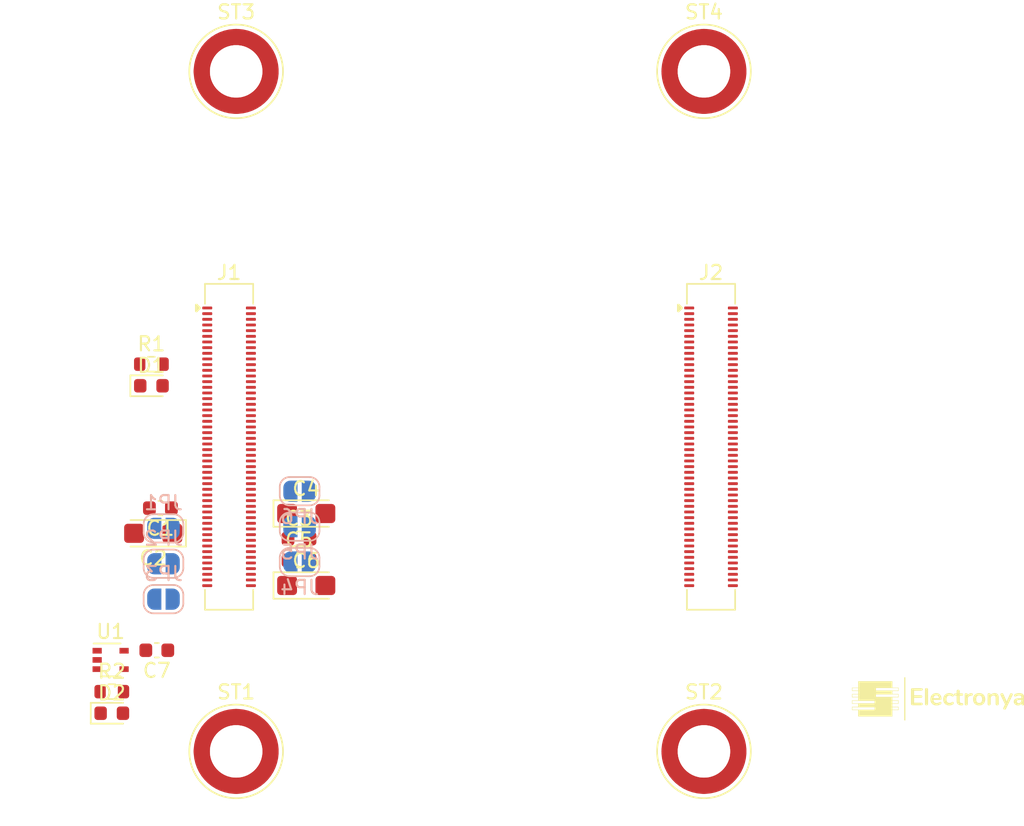
<source format=kicad_pcb>
(kicad_pcb (version 20211014) (generator pcbnew)
  (layers (0 "F.Cu" signal) (31 "B.Cu" signal) (34 "B.Paste" user) (35 "F.Paste" user) (36 "B.SilkS" user "B.Silkscreen") (37 "F.SilkS" user "F.Silkscreen") (38 "B.Mask" user) (39 "F.Mask" user) (44 "Edge.Cuts" user))
  (net 0 "")
  (net 1 "GND")
  (net 2 "+5V")
  (net 3 "+3V3")
  (net 4 "+1V8")
  (net 5 "Net-(D1-Pad1)")
  (net 6 "Net-(D2-Pad1)")
  (net 7 "/nPI_LED_PWR")
  (net 8 "/nRPIBOOT")
  (net 9 "/RUN_PG")
  (net 10 "/nBT_DISABLE")
  (net 11 "/nWL_DISABLE")
  (net 12 "/GPIO_VREF")
  (net 13 "Net-(R2-Pad2)")
  (net 14 "/nEXT_RST")
  (net 15 "/GLOBAL_EN")
  (net 16 "/CAM_GPIO")
  (net 17 "/AN0")
  (net 18 "/AN1")
  (net 19 "/I2C_SDA")
  (net 20 "/I2C0_SCL")
  (net 22 "/SD_PWR_ON")
  (net 23 "/SD_VDD_OVRD")
  (net 24 "/SD_DAT6")
  (net 25 "/SD_DAT7")
  (net 26 "/SD_DAT2")
  (net 27 "/SD_DAT4")
  (net 28 "/SD_DAT1")
  (net 29 "/SD_DAT5")
  (net 30 "/SD_DAT0")
  (net 31 "/SD_CMD")
  (net 32 "/SD_DAT3")
  (net 33 "/GPIO2")
  (net 34 "/SD_CLK")
  (net 35 "/GPIO3")
  (net 36 "/GPIO14")
  (net 37 "/GPIO4")
  (net 38 "/GPIO15")
  (net 39 "/GPIO17")
  (net 40 "/GPIO18")
  (net 41 "/GPIO27")
  (net 42 "/GPIO23")
  (net 43 "/GPIO22")
  (net 44 "/GPIO24")
  (net 45 "/GPIO10")
  (net 46 "/GPIO25")
  (net 47 "/GPIO9")
  (net 48 "/GPIO8")
  (net 49 "/GPIO11")
  (net 50 "/GPIO7")
  (net 51 "/ID_SDA")
  (net 52 "/ID_SCL")
  (net 53 "/GPIO5")
  (net 54 "/GPIO12")
  (net 55 "/GPIO6")
  (net 56 "/GPIO16")
  (net 57 "/GPIO13")
  (net 58 "/GPIO20")
  (net 59 "/GPIO19")
  (net 60 "/GPIO26")
  (net 61 "/nID_WP")
  (net 62 "/nGBE_10_1G")
  (net 63 "/GBE_SYNC_OUT")
  (net 64 "/nGBE_100_1G")
  (net 65 "/GBE0_N")
  (net 66 "/GBE0_P")
  (net 67 "/GBE2_P")
  (net 68 "/GBE1_N")
  (net 69 "/GBE1_P")
  (net 70 "/HDMI0_SCL")
  (net 71 "/HDMI0_SDA")
  (net 72 "/DSI1_D3_P")
  (net 73 "/DSI1_D2_P")
  (net 74 "/DSI1_D3_N")
  (net 75 "/DSI1_D2_N")
  (net 76 "/HDMI0_CLK_N")
  (net 77 "/DSI1_CLK_P")
  (net 78 "/HDMI0_CLK_P")
  (net 79 "/DSI1_CLK_N")
  (net 80 "/HDMI0_TX0_N")
  (net 81 "/DSI1_D1_P")
  (net 82 "/HDMI0_TX0_P")
  (net 83 "/DSI1_D1_N")
  (net 84 "/HDMI0_TX1_N")
  (net 85 "/DSI1_D0_P")
  (net 86 "/HDMI0_TX1_P")
  (net 87 "/DSI1_D0_N")
  (net 88 "/HDMI0_TX2_N")
  (net 89 "/DSI0_CLK_P")
  (net 90 "/HDMI0_TX2_P")
  (net 91 "/DSI0_CLK_N")
  (net 92 "/HDMI1_CLK_N")
  (net 93 "/DSI0_D1_P")
  (net 94 "/HDMI1_CLK_P")
  (net 95 "/DSI0_D1_N")
  (net 96 "/HDMI1_TX0_N")
  (net 97 "/DSI0_D0_P")
  (net 98 "/HDMI1_TX0_P")
  (net 99 "/DSI0_D0_N")
  (net 100 "/HDMI1_TX1_N")
  (net 101 "/HDMI0_HP")
  (net 102 "/HDMI1_TX1_P")
  (net 103 "/HDMI0_CEC")
  (net 104 "/HDMI1_CEC")
  (net 105 "/HDMI1_TX2_N")
  (net 106 "/HDMI1_SCL")
  (net 107 "/HDMI1_TX2_P")
  (net 108 "/HDMI1_SDA")
  (net 109 "/HDMI1_HP")
  (net 110 "/CAM0_CLK_P")
  (net 111 "/CAM1_D3_P")
  (net 112 "/CAM0_CLK_N")
  (net 113 "/CAM1_D3_N")
  (net 114 "/CAM0_D1_P")
  (net 115 "/CAM1_D2_P")
  (net 116 "/CAM0_D1_N")
  (net 117 "/CAM1_D2_N")
  (net 118 "/CAM0_D0_P")
  (net 119 "/CAM1_CLK_P")
  (net 120 "/CAM0_D0_N")
  (net 121 "/CAM1_CLK_N")
  (net 122 "/PCIE_TX_N")
  (net 123 "/CAM1_D1_P")
  (net 124 "/PCIE_TX_P")
  (net 125 "/CAM1_D1_N")
  (net 126 "/PCIE_RX_N")
  (net 127 "/CAM1_D0_P")
  (net 128 "/PCIE_RX_P")
  (net 129 "/CAM1_D0_N")
  (net 130 "/PCIE_CLK_N")
  (net 131 "/VDAC_COMP")
  (net 132 "/PCIE_CLK_P")
  (net 133 "/nPCIE_RST")
  (net 135 "/USB_D_P")
  (net 137 "/USB_D_N")
  (net 138 "/nPCIE_CLK_REQ")
  (net 139 "/USB_OTG_ID")
  (footprint "Capacitor_SMD:C_0603_1608Metric" (layer "F.Cu") (at 114.935 86.487)
    (fp_text reference "C3" (at 0 -1.43) (layer "F.SilkS"))
    (fp_text value "100nF_CER_0603_50V")
    (pad "1" smd roundrect locked (at -0.775 0) (size 0.9 0.95) (layers "F.Cu" "F.Paste" "F.Mask") (net 3 "+3V3"))
    (pad "2" smd roundrect locked (at 0.775 0) (size 0.9 0.95) (layers "F.Cu" "F.Paste" "F.Mask") (net 1 "GND"))
  )
  (footprint "Capacitor_Tantalum_SMD:CP_EIA-3216-18_Kemet-A" (layer "F.Cu") (at 115.443 84.709)
    (fp_text reference "C4" (at 0 -1.75) (layer "F.SilkS"))
    (fp_text value "10UF_TANT_1206_16V")
    (pad "1" smd roundrect locked (at -1.35 0) (size 1.4 1.35) (layers "F.Cu" "F.Paste" "F.Mask") (roundrect_rratio 0.185185) (net 3 "+3V3"))
    (pad "2" smd roundrect locked (at 1.35 0) (size 1.4 1.35) (layers "F.Cu" "F.Paste" "F.Mask") (roundrect_rratio 0.185185) (net 1 "GND"))
  )
  (footprint "Capacitor_SMD:C_0603_1608Metric" (layer "F.Cu") (at 114.935 88.011)
    (fp_text reference "C5" (at 0 -1.43) (layer "F.SilkS"))
    (fp_text value "100nF_CER_0603_50V")
    (pad "1" smd roundrect locked (at -0.775 0) (size 0.9 0.95) (layers "F.Cu" "F.Paste" "F.Mask") (net 4 "+1V8"))
    (pad "2" smd roundrect locked (at 0.775 0) (size 0.9 0.95) (layers "F.Cu" "F.Paste" "F.Mask") (net 1 "GND"))
  )
  (footprint "Capacitor_Tantalum_SMD:CP_EIA-3216-18_Kemet-A" (layer "F.Cu") (at 115.443 89.789)
    (fp_text reference "C6" (at 0 -1.75) (layer "F.SilkS"))
    (fp_text value "10UF_TANT_1206_16V")
    (pad "1" smd roundrect locked (at -1.35 0) (size 1.4 1.35) (layers "F.Cu" "F.Paste" "F.Mask") (roundrect_rratio 0.185185) (net 4 "+1V8"))
    (pad "2" smd roundrect locked (at 1.35 0) (size 1.4 1.35) (layers "F.Cu" "F.Paste" "F.Mask") (roundrect_rratio 0.185185) (net 1 "GND"))
  )
  (footprint "Capacitor_SMD:C_0603_1608Metric" (layer "F.Cu") (at 104.902 94.361 180)
    (fp_text reference "C7" (at 0 -1.43) (layer "F.SilkS"))
    (fp_text value "100nF_CER_0603_50V")
    (pad "1" smd roundrect locked (at -0.775 0 180) (size 0.9 0.95) (layers "F.Cu" "F.Paste" "F.Mask") (net 1 "GND"))
    (pad "2" smd roundrect locked (at 0.775 0 180) (size 0.9 0.95) (layers "F.Cu" "F.Paste" "F.Mask") (net 3 "+3V3"))
  )
  (footprint "LED_SMD:LED_0603_1608Metric" (layer "F.Cu") (at 104.521 75.692)
    (fp_text reference "D1" (at 0 -1.43) (layer "F.SilkS"))
    (fp_text value "GRN_SMD_0603_0.3H")
    (pad "1" smd roundrect locked (at -0.7875 0) (size 0.875 0.95) (layers "F.Cu" "F.Paste" "F.Mask") (net 5 "Net-(D1-Pad1)"))
    (pad "2" smd roundrect locked (at 0.7875 0) (size 0.875 0.95) (layers "F.Cu" "F.Paste" "F.Mask") (net 3 "+3V3"))
  )
  (footprint "ENYA_Connector_Mezzanine:DF40HC(3.0)-100DS-0.4V(51" (layer "F.Cu") (at 144 80)
    (fp_text reference "J2" (at 0 -12.3) (layer "F.SilkS"))
    (fp_text value "CONN_2x50_FEM_RPI_CM4_101_200")
    (pad "1" smd roundrect locked (at -1.54 -9.8) (size 0.7 0.2) (layers "F.Cu" "F.Paste" "F.Mask") (net 139 "/USB_OTG_ID"))
    (pad "2" smd roundrect locked (at 1.54 -9.8) (size 0.7 0.2) (layers "F.Cu" "F.Paste" "F.Mask") (net 138 "/nPCIE_CLK_REQ"))
    (pad "3" smd roundrect locked (at -1.54 -9.4) (size 0.7 0.2) (layers "F.Cu" "F.Paste" "F.Mask") (net 137 "/USB_D_N"))
    (pad "4" smd roundrect locked (at 1.54 -9.4) (size 0.7 0.2) (layers "F.Cu" "F.Paste" "F.Mask"))
    (pad "5" smd roundrect locked (at -1.54 -9) (size 0.7 0.2) (layers "F.Cu" "F.Paste" "F.Mask") (net 135 "/USB_D_P"))
    (pad "6" smd roundrect locked (at 1.54 -9) (size 0.7 0.2) (layers "F.Cu" "F.Paste" "F.Mask"))
    (pad "7" smd roundrect locked (at -1.54 -8.6) (size 0.7 0.2) (layers "F.Cu" "F.Paste" "F.Mask") (net 1 "GND"))
    (pad "8" smd roundrect locked (at 1.54 -8.6) (size 0.7 0.2) (layers "F.Cu" "F.Paste" "F.Mask") (net 1 "GND"))
    (pad "9" smd roundrect locked (at -1.54 -8.2) (size 0.7 0.2) (layers "F.Cu" "F.Paste" "F.Mask") (net 133 "/nPCIE_RST"))
    (pad "10" smd roundrect locked (at 1.54 -8.2) (size 0.7 0.2) (layers "F.Cu" "F.Paste" "F.Mask") (net 132 "/PCIE_CLK_P"))
    (pad "11" smd roundrect locked (at -1.54 -7.8) (size 0.7 0.2) (layers "F.Cu" "F.Paste" "F.Mask") (net 131 "/VDAC_COMP"))
    (pad "12" smd roundrect locked (at 1.54 -7.8) (size 0.7 0.2) (layers "F.Cu" "F.Paste" "F.Mask") (net 130 "/PCIE_CLK_N"))
    (pad "13" smd roundrect locked (at -1.54 -7.4) (size 0.7 0.2) (layers "F.Cu" "F.Paste" "F.Mask") (net 1 "GND"))
    (pad "14" smd roundrect locked (at 1.54 -7.4) (size 0.7 0.2) (layers "F.Cu" "F.Paste" "F.Mask") (net 1 "GND"))
    (pad "15" smd roundrect locked (at -1.54 -7) (size 0.7 0.2) (layers "F.Cu" "F.Paste" "F.Mask") (net 129 "/CAM1_D0_N"))
    (pad "16" smd roundrect locked (at 1.54 -7) (size 0.7 0.2) (layers "F.Cu" "F.Paste" "F.Mask") (net 128 "/PCIE_RX_P"))
    (pad "17" smd roundrect locked (at -1.54 -6.6) (size 0.7 0.2) (layers "F.Cu" "F.Paste" "F.Mask") (net 127 "/CAM1_D0_P"))
    (pad "18" smd roundrect locked (at 1.54 -6.6) (size 0.7 0.2) (layers "F.Cu" "F.Paste" "F.Mask") (net 126 "/PCIE_RX_N"))
    (pad "19" smd roundrect locked (at -1.54 -6.2) (size 0.7 0.2) (layers "F.Cu" "F.Paste" "F.Mask") (net 1 "GND"))
    (pad "20" smd roundrect locked (at 1.54 -6.2) (size 0.7 0.2) (layers "F.Cu" "F.Paste" "F.Mask") (net 1 "GND"))
    (pad "21" smd roundrect locked (at -1.54 -5.8) (size 0.7 0.2) (layers "F.Cu" "F.Paste" "F.Mask") (net 125 "/CAM1_D1_N"))
    (pad "22" smd roundrect locked (at 1.54 -5.8) (size 0.7 0.2) (layers "F.Cu" "F.Paste" "F.Mask") (net 124 "/PCIE_TX_P"))
    (pad "23" smd roundrect locked (at -1.54 -5.4) (size 0.7 0.2) (layers "F.Cu" "F.Paste" "F.Mask") (net 123 "/CAM1_D1_P"))
    (pad "24" smd roundrect locked (at 1.54 -5.4) (size 0.7 0.2) (layers "F.Cu" "F.Paste" "F.Mask") (net 122 "/PCIE_TX_N"))
    (pad "25" smd roundrect locked (at -1.54 -5) (size 0.7 0.2) (layers "F.Cu" "F.Paste" "F.Mask") (net 1 "GND"))
    (pad "26" smd roundrect locked (at 1.54 -5) (size 0.7 0.2) (layers "F.Cu" "F.Paste" "F.Mask") (net 1 "GND"))
    (pad "27" smd roundrect locked (at -1.54 -4.6) (size 0.7 0.2) (layers "F.Cu" "F.Paste" "F.Mask") (net 121 "/CAM1_CLK_N"))
    (pad "28" smd roundrect locked (at 1.54 -4.6) (size 0.7 0.2) (layers "F.Cu" "F.Paste" "F.Mask") (net 120 "/CAM0_D0_N"))
    (pad "29" smd roundrect locked (at -1.54 -4.2) (size 0.7 0.2) (layers "F.Cu" "F.Paste" "F.Mask") (net 119 "/CAM1_CLK_P"))
    (pad "30" smd roundrect locked (at 1.54 -4.2) (size 0.7 0.2) (layers "F.Cu" "F.Paste" "F.Mask") (net 118 "/CAM0_D0_P"))
    (pad "31" smd roundrect locked (at -1.54 -3.8) (size 0.7 0.2) (layers "F.Cu" "F.Paste" "F.Mask") (net 1 "GND"))
    (pad "32" smd roundrect locked (at 1.54 -3.8) (size 0.7 0.2) (layers "F.Cu" "F.Paste" "F.Mask") (net 1 "GND"))
    (pad "33" smd roundrect locked (at -1.54 -3.4) (size 0.7 0.2) (layers "F.Cu" "F.Paste" "F.Mask") (net 117 "/CAM1_D2_N"))
    (pad "34" smd roundrect locked (at 1.54 -3.4) (size 0.7 0.2) (layers "F.Cu" "F.Paste" "F.Mask") (net 116 "/CAM0_D1_N"))
    (pad "35" smd roundrect locked (at -1.54 -3) (size 0.7 0.2) (layers "F.Cu" "F.Paste" "F.Mask") (net 115 "/CAM1_D2_P"))
    (pad "36" smd roundrect locked (at 1.54 -3) (size 0.7 0.2) (layers "F.Cu" "F.Paste" "F.Mask") (net 114 "/CAM0_D1_P"))
    (pad "37" smd roundrect locked (at -1.54 -2.6) (size 0.7 0.2) (layers "F.Cu" "F.Paste" "F.Mask") (net 1 "GND"))
    (pad "38" smd roundrect locked (at 1.54 -2.6) (size 0.7 0.2) (layers "F.Cu" "F.Paste" "F.Mask") (net 1 "GND"))
    (pad "39" smd roundrect locked (at -1.54 -2.2) (size 0.7 0.2) (layers "F.Cu" "F.Paste" "F.Mask") (net 113 "/CAM1_D3_N"))
    (pad "40" smd roundrect locked (at 1.54 -2.2) (size 0.7 0.2) (layers "F.Cu" "F.Paste" "F.Mask") (net 112 "/CAM0_CLK_N"))
    (pad "41" smd roundrect locked (at -1.54 -1.8) (size 0.7 0.2) (layers "F.Cu" "F.Paste" "F.Mask") (net 111 "/CAM1_D3_P"))
    (pad "42" smd roundrect locked (at 1.54 -1.8) (size 0.7 0.2) (layers "F.Cu" "F.Paste" "F.Mask") (net 110 "/CAM0_CLK_P"))
    (pad "43" smd roundrect locked (at -1.54 -1.4) (size 0.7 0.2) (layers "F.Cu" "F.Paste" "F.Mask") (net 109 "/HDMI1_HP"))
    (pad "44" smd roundrect locked (at 1.54 -1.4) (size 0.7 0.2) (layers "F.Cu" "F.Paste" "F.Mask") (net 1 "GND"))
    (pad "45" smd roundrect locked (at -1.54 -1) (size 0.7 0.2) (layers "F.Cu" "F.Paste" "F.Mask") (net 108 "/HDMI1_SDA"))
    (pad "46" smd roundrect locked (at 1.54 -1) (size 0.7 0.2) (layers "F.Cu" "F.Paste" "F.Mask") (net 107 "/HDMI1_TX2_P"))
    (pad "47" smd roundrect locked (at -1.54 -0.6) (size 0.7 0.2) (layers "F.Cu" "F.Paste" "F.Mask") (net 106 "/HDMI1_SCL"))
    (pad "48" smd roundrect locked (at 1.54 -0.6) (size 0.7 0.2) (layers "F.Cu" "F.Paste" "F.Mask") (net 105 "/HDMI1_TX2_N"))
    (pad "49" smd roundrect locked (at -1.54 -0.2) (size 0.7 0.2) (layers "F.Cu" "F.Paste" "F.Mask") (net 104 "/HDMI1_CEC"))
    (pad "50" smd roundrect locked (at 1.54 -0.2) (size 0.7 0.2) (layers "F.Cu" "F.Paste" "F.Mask") (net 1 "GND"))
    (pad "51" smd roundrect locked (at -1.54 0.2) (size 0.7 0.2) (layers "F.Cu" "F.Paste" "F.Mask") (net 103 "/HDMI0_CEC"))
    (pad "52" smd roundrect locked (at 1.54 0.2) (size 0.7 0.2) (layers "F.Cu" "F.Paste" "F.Mask") (net 102 "/HDMI1_TX1_P"))
    (pad "53" smd roundrect locked (at -1.54 0.6) (size 0.7 0.2) (layers "F.Cu" "F.Paste" "F.Mask") (net 101 "/HDMI0_HP"))
    (pad "54" smd roundrect locked (at 1.54 0.6) (size 0.7 0.2) (layers "F.Cu" "F.Paste" "F.Mask") (net 100 "/HDMI1_TX1_N"))
    (pad "55" smd roundrect locked (at -1.54 1) (size 0.7 0.2) (layers "F.Cu" "F.Paste" "F.Mask") (net 1 "GND"))
    (pad "56" smd roundrect locked (at 1.54 1) (size 0.7 0.2) (layers "F.Cu" "F.Paste" "F.Mask") (net 1 "GND"))
    (pad "57" smd roundrect locked (at -1.54 1.4) (size 0.7 0.2) (layers "F.Cu" "F.Paste" "F.Mask") (net 99 "/DSI0_D0_N"))
    (pad "58" smd roundrect locked (at 1.54 1.4) (size 0.7 0.2) (layers "F.Cu" "F.Paste" "F.Mask") (net 98 "/HDMI1_TX0_P"))
    (pad "59" smd roundrect locked (at -1.54 1.8) (size 0.7 0.2) (layers "F.Cu" "F.Paste" "F.Mask") (net 97 "/DSI0_D0_P"))
    (pad "60" smd roundrect locked (at 1.54 1.8) (size 0.7 0.2) (layers "F.Cu" "F.Paste" "F.Mask") (net 96 "/HDMI1_TX0_N"))
    (pad "61" smd roundrect locked (at -1.54 2.2) (size 0.7 0.2) (layers "F.Cu" "F.Paste" "F.Mask") (net 1 "GND"))
    (pad "62" smd roundrect locked (at 1.54 2.2) (size 0.7 0.2) (layers "F.Cu" "F.Paste" "F.Mask") (net 1 "GND"))
    (pad "63" smd roundrect locked (at -1.54 2.6) (size 0.7 0.2) (layers "F.Cu" "F.Paste" "F.Mask") (net 95 "/DSI0_D1_N"))
    (pad "64" smd roundrect locked (at 1.54 2.6) (size 0.7 0.2) (layers "F.Cu" "F.Paste" "F.Mask") (net 94 "/HDMI1_CLK_P"))
    (pad "65" smd roundrect locked (at -1.54 3) (size 0.7 0.2) (layers "F.Cu" "F.Paste" "F.Mask") (net 93 "/DSI0_D1_P"))
    (pad "66" smd roundrect locked (at 1.54 3) (size 0.7 0.2) (layers "F.Cu" "F.Paste" "F.Mask") (net 92 "/HDMI1_CLK_N"))
    (pad "67" smd roundrect locked (at -1.54 3.4) (size 0.7 0.2) (layers "F.Cu" "F.Paste" "F.Mask") (net 1 "GND"))
    (pad "68" smd roundrect locked (at 1.54 3.4) (size 0.7 0.2) (layers "F.Cu" "F.Paste" "F.Mask") (net 1 "GND"))
    (pad "69" smd roundrect locked (at -1.54 3.8) (size 0.7 0.2) (layers "F.Cu" "F.Paste" "F.Mask") (net 91 "/DSI0_CLK_N"))
    (pad "70" smd roundrect locked (at 1.54 3.8) (size 0.7 0.2) (layers "F.Cu" "F.Paste" "F.Mask") (net 90 "/HDMI0_TX2_P"))
    (pad "71" smd roundrect locked (at -1.54 4.2) (size 0.7 0.2) (layers "F.Cu" "F.Paste" "F.Mask") (net 89 "/DSI0_CLK_P"))
    (pad "72" smd roundrect locked (at 1.54 4.2) (size 0.7 0.2) (layers "F.Cu" "F.Paste" "F.Mask") (net 88 "/HDMI0_TX2_N"))
    (pad "73" smd roundrect locked (at -1.54 4.6) (size 0.7 0.2) (layers "F.Cu" "F.Paste" "F.Mask") (net 1 "GND"))
    (pad "74" smd roundrect locked (at 1.54 4.6) (size 0.7 0.2) (layers "F.Cu" "F.Paste" "F.Mask") (net 1 "GND"))
    (pad "75" smd roundrect locked (at -1.54 5) (size 0.7 0.2) (layers "F.Cu" "F.Paste" "F.Mask") (net 87 "/DSI1_D0_N"))
    (pad "76" smd roundrect locked (at 1.54 5) (size 0.7 0.2) (layers "F.Cu" "F.Paste" "F.Mask") (net 86 "/HDMI0_TX1_P"))
    (pad "77" smd roundrect locked (at -1.54 5.4) (size 0.7 0.2) (layers "F.Cu" "F.Paste" "F.Mask") (net 85 "/DSI1_D0_P"))
    (pad "78" smd roundrect locked (at 1.54 5.4) (size 0.7 0.2) (layers "F.Cu" "F.Paste" "F.Mask") (net 84 "/HDMI0_TX1_N"))
    (pad "79" smd roundrect locked (at -1.54 5.8) (size 0.7 0.2) (layers "F.Cu" "F.Paste" "F.Mask") (net 1 "GND"))
    (pad "80" smd roundrect locked (at 1.54 5.8) (size 0.7 0.2) (layers "F.Cu" "F.Paste" "F.Mask") (net 1 "GND"))
    (pad "81" smd roundrect locked (at -1.54 6.2) (size 0.7 0.2) (layers "F.Cu" "F.Paste" "F.Mask") (net 83 "/DSI1_D1_N"))
    (pad "82" smd roundrect locked (at 1.54 6.2) (size 0.7 0.2) (layers "F.Cu" "F.Paste" "F.Mask") (net 82 "/HDMI0_TX0_P"))
    (pad "83" smd roundrect locked (at -1.54 6.6) (size 0.7 0.2) (layers "F.Cu" "F.Paste" "F.Mask") (net 81 "/DSI1_D1_P"))
    (pad "84" smd roundrect locked (at 1.54 6.6) (size 0.7 0.2) (layers "F.Cu" "F.Paste" "F.Mask") (net 80 "/HDMI0_TX0_N"))
    (pad "85" smd roundrect locked (at -1.54 7) (size 0.7 0.2) (layers "F.Cu" "F.Paste" "F.Mask") (net 1 "GND"))
    (pad "86" smd roundrect locked (at 1.54 7) (size 0.7 0.2) (layers "F.Cu" "F.Paste" "F.Mask") (net 1 "GND"))
    (pad "87" smd roundrect locked (at -1.54 7.4) (size 0.7 0.2) (layers "F.Cu" "F.Paste" "F.Mask") (net 79 "/DSI1_CLK_N"))
    (pad "88" smd roundrect locked (at 1.54 7.4) (size 0.7 0.2) (layers "F.Cu" "F.Paste" "F.Mask") (net 78 "/HDMI0_CLK_P"))
    (pad "89" smd roundrect locked (at -1.54 7.8) (size 0.7 0.2) (layers "F.Cu" "F.Paste" "F.Mask") (net 77 "/DSI1_CLK_P"))
    (pad "90" smd roundrect locked (at 1.54 7.8) (size 0.7 0.2) (layers "F.Cu" "F.Paste" "F.Mask") (net 76 "/HDMI0_CLK_N"))
    (pad "91" smd roundrect locked (at -1.54 8.2) (size 0.7 0.2) (layers "F.Cu" "F.Paste" "F.Mask") (net 1 "GND"))
    (pad "92" smd roundrect locked (at 1.54 8.2) (size 0.7 0.2) (layers "F.Cu" "F.Paste" "F.Mask") (net 1 "GND"))
    (pad "93" smd roundrect locked (at -1.54 8.6) (size 0.7 0.2) (layers "F.Cu" "F.Paste" "F.Mask") (net 75 "/DSI1_D2_N"))
    (pad "94" smd roundrect locked (at 1.54 8.6) (size 0.7 0.2) (layers "F.Cu" "F.Paste" "F.Mask") (net 74 "/DSI1_D3_N"))
    (pad "95" smd roundrect locked (at -1.54 9) (size 0.7 0.2) (layers "F.Cu" "F.Paste" "F.Mask") (net 73 "/DSI1_D2_P"))
    (pad "96" smd roundrect locked (at 1.54 9) (size 0.7 0.2) (layers "F.Cu" "F.Paste" "F.Mask") (net 72 "/DSI1_D3_P"))
    (pad "97" smd roundrect locked (at -1.54 9.4) (size 0.7 0.2) (layers "F.Cu" "F.Paste" "F.Mask") (net 1 "GND"))
    (pad "98" smd roundrect locked (at 1.54 9.4) (size 0.7 0.2) (layers "F.Cu" "F.Paste" "F.Mask") (net 1 "GND"))
    (pad "99" smd roundrect locked (at -1.54 9.8) (size 0.7 0.2) (layers "F.Cu" "F.Paste" "F.Mask") (net 71 "/HDMI0_SDA"))
    (pad "100" smd roundrect locked (at 1.54 9.8) (size 0.7 0.2) (layers "F.Cu" "F.Paste" "F.Mask") (net 70 "/HDMI0_SCL"))
  )
  (footprint "Resistor_SMD:R_0603_1608Metric" (layer "F.Cu") (at 104.521 74.168)
    (fp_text reference "R1" (at 0 -1.43) (layer "F.SilkS"))
    (fp_text value "1K_0603_100MW")
    (pad "1" smd roundrect locked (at -0.825 0) (size 0.8 0.95) (layers "F.Cu" "F.Paste" "F.Mask") (net 5 "Net-(D1-Pad1)"))
    (pad "2" smd roundrect locked (at 0.825 0) (size 0.8 0.95) (layers "F.Cu" "F.Paste" "F.Mask") (net 1 "GND"))
  )
  (footprint "ENYA_Standoffs:M2.5x0.45_3MM" (layer "F.Cu") (at 110.5 101.5)
    (fp_text reference "ST1" (at 0 -4.191) (layer "F.SilkS"))
    (fp_text value "M2.5x0.45_3MM")
    (pad "" np_thru_hole circle locked (at 0 0) (size 3.7 3.7) (drill 3.7) (layers *.Cu *.Mask))
    (pad "1" smd custom locked (at 2.425 0) (size 1.15 1.15) (layers "F.Cu" "F.Mask") (options (clearance outline) (anchor circle)) (primitives (gr_circle (center -2.425 0) (end 0 0) (width 1.15))))
    (pad "1" smd circle locked (at 0 2.425) (size 1.15 1.15) (layers "F.Cu"))
    (pad "1" smd circle locked (at 0 -2.425) (size 1.15 1.15) (layers "F.Cu"))
    (pad "1" smd circle locked (at -2.425 0) (size 1.15 1.15) (layers "F.Cu"))
  )
  (footprint "ENYA_Standoffs:M2.5x0.45_3MM" (layer "F.Cu") (at 143.5 101.5)
    (fp_text reference "ST2" (at 0 -4.191) (layer "F.SilkS"))
    (fp_text value "M2.5x0.45_3MM")
    (pad "" np_thru_hole circle locked (at 0 0) (size 3.7 3.7) (drill 3.7) (layers *.Cu *.Mask))
    (pad "1" smd circle locked (at -2.425 0) (size 1.15 1.15) (layers "F.Cu"))
    (pad "1" smd circle locked (at 0 -2.425) (size 1.15 1.15) (layers "F.Cu"))
    (pad "1" smd custom locked (at 2.425 0) (size 1.15 1.15) (layers "F.Cu" "F.Mask") (options (clearance outline) (anchor circle)) (primitives (gr_circle (center -2.425 0) (end 0 0) (width 1.15))))
    (pad "1" smd circle locked (at 0 2.425) (size 1.15 1.15) (layers "F.Cu"))
  )
  (footprint "ENYA_Standoffs:M2.5x0.45_3MM" (layer "F.Cu") (at 110.5 53.5)
    (fp_text reference "ST3" (at 0 -4.191) (layer "F.SilkS"))
    (fp_text value "M2.5x0.45_3MM")
    (pad "" np_thru_hole circle locked (at 0 0) (size 3.7 3.7) (drill 3.7) (layers *.Cu *.Mask))
    (pad "1" smd circle locked (at 0 2.425) (size 1.15 1.15) (layers "F.Cu"))
    (pad "1" smd custom locked (at 2.425 0) (size 1.15 1.15) (layers "F.Cu" "F.Mask") (options (clearance outline) (anchor circle)) (primitives (gr_circle (center -2.425 0) (end 0 0) (width 1.15))))
    (pad "1" smd circle locked (at -2.425 0) (size 1.15 1.15) (layers "F.Cu"))
    (pad "1" smd circle locked (at 0 -2.425) (size 1.15 1.15) (layers "F.Cu"))
  )
  (footprint "ENYA_Standoffs:M2.5x0.45_3MM" (layer "F.Cu") (at 143.5 53.5)
    (fp_text reference "ST4" (at 0 -4.191) (layer "F.SilkS"))
    (fp_text value "M2.5x0.45_3MM")
    (pad "" np_thru_hole circle locked (at 0 0) (size 3.7 3.7) (drill 3.7) (layers *.Cu *.Mask))
    (pad "1" smd circle locked (at -2.425 0) (size 1.15 1.15) (layers "F.Cu"))
    (pad "1" smd circle locked (at 0 2.425) (size 1.15 1.15) (layers "F.Cu"))
    (pad "1" smd custom locked (at 2.425 0) (size 1.15 1.15) (layers "F.Cu" "F.Mask") (options (clearance outline) (anchor circle)) (primitives (gr_circle (center -2.425 0) (end 0 0) (width 1.15))))
    (pad "1" smd circle locked (at 0 -2.425) (size 1.15 1.15) (layers "F.Cu"))
  )
  (footprint "Package_TO_SOT_SMD:SOT-353_SC-70-5" (layer "F.Cu") (at 101.644 95.043)
    (fp_text reference "U1" (at 0 -2) (layer "F.SilkS"))
    (fp_text value "74LVC1G07_SOT353")
    (pad "1" smd rect locked (at -0.95 -0.65) (size 0.65 0.4) (layers "F.Cu" "F.Paste" "F.Mask"))
    (pad "2" smd rect locked (at -0.95 0) (size 0.65 0.4) (layers "F.Cu" "F.Paste" "F.Mask") (net 7 "/nPI_LED_PWR"))
    (pad "3" smd rect locked (at -0.95 0.65) (size 0.65 0.4) (layers "F.Cu" "F.Paste" "F.Mask") (net 1 "GND"))
    (pad "4" smd rect locked (at 0.95 0.65) (size 0.65 0.4) (layers "F.Cu" "F.Paste" "F.Mask") (net 13 "Net-(R2-Pad2)"))
    (pad "5" smd rect locked (at 0.95 -0.65) (size 0.65 0.4) (layers "F.Cu" "F.Paste" "F.Mask") (net 3 "+3V3"))
  )
  (footprint "ENYA_Connector_Mezzanine:DF40HC(3.0)-100DS-0.4V(51" (layer "F.Cu") (at 110 80)
    (fp_text reference "J1" (at 0 -12.3) (layer "F.SilkS"))
    (fp_text value "CONN_2x50_FEM_RPI_CM4_1-100")
    (pad "1" smd roundrect locked (at -1.54 -9.8) (size 0.7 0.2) (layers "F.Cu" "F.Paste" "F.Mask") (net 1 "GND"))
    (pad "2" smd roundrect locked (at 1.54 -9.8) (size 0.7 0.2) (layers "F.Cu" "F.Paste" "F.Mask") (net 1 "GND"))
    (pad "3" smd roundrect locked (at -1.54 -9.4) (size 0.7 0.2) (layers "F.Cu" "F.Paste" "F.Mask") (net 1 "GND"))
    (pad "4" smd roundrect locked (at 1.54 -9.4) (size 0.7 0.2) (layers "F.Cu" "F.Paste" "F.Mask") (net 69 "/GBE1_P"))
    (pad "5" smd roundrect locked (at -1.54 -9) (size 0.7 0.2) (layers "F.Cu" "F.Paste" "F.Mask") (net 1 "GND"))
    (pad "6" smd roundrect locked (at 1.54 -9) (size 0.7 0.2) (layers "F.Cu" "F.Paste" "F.Mask") (net 68 "/GBE1_N"))
    (pad "7" smd roundrect locked (at -1.54 -8.6) (size 0.7 0.2) (layers "F.Cu" "F.Paste" "F.Mask") (net 1 "GND"))
    (pad "8" smd roundrect locked (at 1.54 -8.6) (size 0.7 0.2) (layers "F.Cu" "F.Paste" "F.Mask") (net 1 "GND"))
    (pad "9" smd roundrect locked (at -1.54 -8.2) (size 0.7 0.2) (layers "F.Cu" "F.Paste" "F.Mask") (net 67 "/GBE2_P"))
    (pad "10" smd roundrect locked (at 1.54 -8.2) (size 0.7 0.2) (layers "F.Cu" "F.Paste" "F.Mask") (net 66 "/GBE0_P"))
    (pad "11" smd roundrect locked (at -1.54 -7.8) (size 0.7 0.2) (layers "F.Cu" "F.Paste" "F.Mask") (net 1 "GND"))
    (pad "12" smd roundrect locked (at 1.54 -7.8) (size 0.7 0.2) (layers "F.Cu" "F.Paste" "F.Mask") (net 65 "/GBE0_N"))
    (pad "13" smd roundrect locked (at -1.54 -7.4) (size 0.7 0.2) (layers "F.Cu" "F.Paste" "F.Mask") (net 1 "GND"))
    (pad "14" smd roundrect locked (at 1.54 -7.4) (size 0.7 0.2) (layers "F.Cu" "F.Paste" "F.Mask") (net 1 "GND"))
    (pad "15" smd roundrect locked (at -1.54 -7) (size 0.7 0.2) (layers "F.Cu" "F.Paste" "F.Mask") (net 1 "GND"))
    (pad "16" smd roundrect locked (at 1.54 -7) (size 0.7 0.2) (layers "F.Cu" "F.Paste" "F.Mask") (net 1 "GND"))
    (pad "17" smd roundrect locked (at -1.54 -6.6) (size 0.7 0.2) (layers "F.Cu" "F.Paste" "F.Mask") (net 64 "/nGBE_100_1G"))
    (pad "18" smd roundrect locked (at 1.54 -6.6) (size 0.7 0.2) (layers "F.Cu" "F.Paste" "F.Mask") (net 63 "/GBE_SYNC_OUT"))
    (pad "19" smd roundrect locked (at -1.54 -6.2) (size 0.7 0.2) (layers "F.Cu" "F.Paste" "F.Mask") (net 62 "/nGBE_10_1G"))
    (pad "20" smd roundrect locked (at 1.54 -6.2) (size 0.7 0.2) (layers "F.Cu" "F.Paste" "F.Mask") (net 61 "/nID_WP"))
    (pad "21" smd roundrect locked (at -1.54 -5.8) (size 0.7 0.2) (layers "F.Cu" "F.Paste" "F.Mask") (net 1 "GND"))
    (pad "22" smd roundrect locked (at 1.54 -5.8) (size 0.7 0.2) (layers "F.Cu" "F.Paste" "F.Mask") (net 1 "GND"))
    (pad "23" smd roundrect locked (at -1.54 -5.4) (size 0.7 0.2) (layers "F.Cu" "F.Paste" "F.Mask") (net 1 "GND"))
    (pad "24" smd roundrect locked (at 1.54 -5.4) (size 0.7 0.2) (layers "F.Cu" "F.Paste" "F.Mask") (net 60 "/GPIO26"))
    (pad "25" smd roundrect locked (at -1.54 -5) (size 0.7 0.2) (layers "F.Cu" "F.Paste" "F.Mask") (net 1 "GND"))
    (pad "26" smd roundrect locked (at 1.54 -5) (size 0.7 0.2) (layers "F.Cu" "F.Paste" "F.Mask") (net 59 "/GPIO19"))
    (pad "27" smd roundrect locked (at -1.54 -4.6) (size 0.7 0.2) (layers "F.Cu" "F.Paste" "F.Mask") (net 58 "/GPIO20"))
    (pad "28" smd roundrect locked (at 1.54 -4.6) (size 0.7 0.2) (layers "F.Cu" "F.Paste" "F.Mask") (net 57 "/GPIO13"))
    (pad "29" smd roundrect locked (at -1.54 -4.2) (size 0.7 0.2) (layers "F.Cu" "F.Paste" "F.Mask") (net 56 "/GPIO16"))
    (pad "30" smd roundrect locked (at 1.54 -4.2) (size 0.7 0.2) (layers "F.Cu" "F.Paste" "F.Mask") (net 55 "/GPIO6"))
    (pad "31" smd roundrect locked (at -1.54 -3.8) (size 0.7 0.2) (layers "F.Cu" "F.Paste" "F.Mask") (net 54 "/GPIO12"))
    (pad "32" smd roundrect locked (at 1.54 -3.8) (size 0.7 0.2) (layers "F.Cu" "F.Paste" "F.Mask") (net 1 "GND"))
    (pad "33" smd roundrect locked (at -1.54 -3.4) (size 0.7 0.2) (layers "F.Cu" "F.Paste" "F.Mask") (net 1 "GND"))
    (pad "34" smd roundrect locked (at 1.54 -3.4) (size 0.7 0.2) (layers "F.Cu" "F.Paste" "F.Mask") (net 53 "/GPIO5"))
    (pad "35" smd roundrect locked (at -1.54 -3) (size 0.7 0.2) (layers "F.Cu" "F.Paste" "F.Mask") (net 52 "/ID_SCL"))
    (pad "36" smd roundrect locked (at 1.54 -3) (size 0.7 0.2) (layers "F.Cu" "F.Paste" "F.Mask") (net 51 "/ID_SDA"))
    (pad "37" smd roundrect locked (at -1.54 -2.6) (size 0.7 0.2) (layers "F.Cu" "F.Paste" "F.Mask") (net 50 "/GPIO7"))
    (pad "38" smd roundrect locked (at 1.54 -2.6) (size 0.7 0.2) (layers "F.Cu" "F.Paste" "F.Mask") (net 49 "/GPIO11"))
    (pad "39" smd roundrect locked (at -1.54 -2.2) (size 0.7 0.2) (layers "F.Cu" "F.Paste" "F.Mask") (net 48 "/GPIO8"))
    (pad "40" smd roundrect locked (at 1.54 -2.2) (size 0.7 0.2) (layers "F.Cu" "F.Paste" "F.Mask") (net 47 "/GPIO9"))
    (pad "41" smd roundrect locked (at -1.54 -1.8) (size 0.7 0.2) (layers "F.Cu" "F.Paste" "F.Mask") (net 46 "/GPIO25"))
    (pad "42" smd roundrect locked (at 1.54 -1.8) (size 0.7 0.2) (layers "F.Cu" "F.Paste" "F.Mask") (net 1 "GND"))
    (pad "43" smd roundrect locked (at -1.54 -1.4) (size 0.7 0.2) (layers "F.Cu" "F.Paste" "F.Mask") (net 1 "GND"))
    (pad "44" smd roundrect locked (at 1.54 -1.4) (size 0.7 0.2) (layers "F.Cu" "F.Paste" "F.Mask") (net 45 "/GPIO10"))
    (pad "45" smd roundrect locked (at -1.54 -1) (size 0.7 0.2) (layers "F.Cu" "F.Paste" "F.Mask") (net 44 "/GPIO24"))
    (pad "46" smd roundrect locked (at 1.54 -1) (size 0.7 0.2) (layers "F.Cu" "F.Paste" "F.Mask") (net 43 "/GPIO22"))
    (pad "47" smd roundrect locked (at -1.54 -0.6) (size 0.7 0.2) (layers "F.Cu" "F.Paste" "F.Mask") (net 42 "/GPIO23"))
    (pad "48" smd roundrect locked (at 1.54 -0.6) (size 0.7 0.2) (layers "F.Cu" "F.Paste" "F.Mask") (net 41 "/GPIO27"))
    (pad "49" smd roundrect locked (at -1.54 -0.2) (size 0.7 0.2) (layers "F.Cu" "F.Paste" "F.Mask") (net 40 "/GPIO18"))
    (pad "50" smd roundrect locked (at 1.54 -0.2) (size 0.7 0.2) (layers "F.Cu" "F.Paste" "F.Mask") (net 39 "/GPIO17"))
    (pad "51" smd roundrect locked (at -1.54 0.2) (size 0.7 0.2) (layers "F.Cu" "F.Paste" "F.Mask") (net 38 "/GPIO15"))
    (pad "52" smd roundrect locked (at 1.54 0.2) (size 0.7 0.2) (layers "F.Cu" "F.Paste" "F.Mask") (net 1 "GND"))
    (pad "53" smd roundrect locked (at -1.54 0.6) (size 0.7 0.2) (layers "F.Cu" "F.Paste" "F.Mask") (net 1 "GND"))
    (pad "54" smd roundrect locked (at 1.54 0.6) (size 0.7 0.2) (layers "F.Cu" "F.Paste" "F.Mask") (net 37 "/GPIO4"))
    (pad "55" smd roundrect locked (at -1.54 1) (size 0.7 0.2) (layers "F.Cu" "F.Paste" "F.Mask") (net 36 "/GPIO14"))
    (pad "56" smd roundrect locked (at 1.54 1) (size 0.7 0.2) (layers "F.Cu" "F.Paste" "F.Mask") (net 35 "/GPIO3"))
    (pad "57" smd roundrect locked (at -1.54 1.4) (size 0.7 0.2) (layers "F.Cu" "F.Paste" "F.Mask") (net 34 "/SD_CLK"))
    (pad "58" smd roundrect locked (at 1.54 1.4) (size 0.7 0.2) (layers "F.Cu" "F.Paste" "F.Mask") (net 33 "/GPIO2"))
    (pad "59" smd roundrect locked (at -1.54 1.8) (size 0.7 0.2) (layers "F.Cu" "F.Paste" "F.Mask") (net 1 "GND"))
    (pad "60" smd roundrect locked (at 1.54 1.8) (size 0.7 0.2) (layers "F.Cu" "F.Paste" "F.Mask") (net 1 "GND"))
    (pad "61" smd roundrect locked (at -1.54 2.2) (size 0.7 0.2) (layers "F.Cu" "F.Paste" "F.Mask") (net 32 "/SD_DAT3"))
    (pad "62" smd roundrect locked (at 1.54 2.2) (size 0.7 0.2) (layers "F.Cu" "F.Paste" "F.Mask") (net 31 "/SD_CMD"))
    (pad "63" smd roundrect locked (at -1.54 2.6) (size 0.7 0.2) (layers "F.Cu" "F.Paste" "F.Mask") (net 30 "/SD_DAT0"))
    (pad "64" smd roundrect locked (at 1.54 2.6) (size 0.7 0.2) (layers "F.Cu" "F.Paste" "F.Mask") (net 29 "/SD_DAT5"))
    (pad "65" smd roundrect locked (at -1.54 3) (size 0.7 0.2) (layers "F.Cu" "F.Paste" "F.Mask") (net 1 "GND"))
    (pad "66" smd roundrect locked (at 1.54 3) (size 0.7 0.2) (layers "F.Cu" "F.Paste" "F.Mask") (net 1 "GND"))
    (pad "67" smd roundrect locked (at -1.54 3.4) (size 0.7 0.2) (layers "F.Cu" "F.Paste" "F.Mask") (net 28 "/SD_DAT1"))
    (pad "68" smd roundrect locked (at 1.54 3.4) (size 0.7 0.2) (layers "F.Cu" "F.Paste" "F.Mask") (net 27 "/SD_DAT4"))
    (pad "69" smd roundrect locked (at -1.54 3.8) (size 0.7 0.2) (layers "F.Cu" "F.Paste" "F.Mask") (net 26 "/SD_DAT2"))
    (pad "70" smd roundrect locked (at 1.54 3.8) (size 0.7 0.2) (layers "F.Cu" "F.Paste" "F.Mask") (net 25 "/SD_DAT7"))
    (pad "71" smd roundrect locked (at -1.54 4.2) (size 0.7 0.2) (layers "F.Cu" "F.Paste" "F.Mask") (net 1 "GND"))
    (pad "72" smd roundrect locked (at 1.54 4.2) (size 0.7 0.2) (layers "F.Cu" "F.Paste" "F.Mask") (net 24 "/SD_DAT6"))
    (pad "73" smd roundrect locked (at -1.54 4.6) (size 0.7 0.2) (layers "F.Cu" "F.Paste" "F.Mask") (net 23 "/SD_VDD_OVRD"))
    (pad "74" smd roundrect locked (at 1.54 4.6) (size 0.7 0.2) (layers "F.Cu" "F.Paste" "F.Mask") (net 1 "GND"))
    (pad "75" smd roundrect locked (at -1.54 5) (size 0.7 0.2) (layers "F.Cu" "F.Paste" "F.Mask") (net 22 "/SD_PWR_ON"))
    (pad "76" smd roundrect locked (at 1.54 5) (size 0.7 0.2) (layers "F.Cu" "F.Paste" "F.Mask"))
    (pad "77" smd roundrect locked (at -1.54 5.4) (size 0.7 0.2) (layers "F.Cu" "F.Paste" "F.Mask") (net 2 "+5V"))
    (pad "78" smd roundrect locked (at 1.54 5.4) (size 0.7 0.2) (layers "F.Cu" "F.Paste" "F.Mask") (net 12 "/GPIO_VREF"))
    (pad "79" smd roundrect locked (at -1.54 5.8) (size 0.7 0.2) (layers "F.Cu" "F.Paste" "F.Mask") (net 2 "+5V"))
    (pad "80" smd roundrect locked (at 1.54 5.8) (size 0.7 0.2) (layers "F.Cu" "F.Paste" "F.Mask") (net 20 "/I2C0_SCL"))
    (pad "81" smd roundrect locked (at -1.54 6.2) (size 0.7 0.2) (layers "F.Cu" "F.Paste" "F.Mask") (net 2 "+5V"))
    (pad "82" smd roundrect locked (at 1.54 6.2) (size 0.7 0.2) (layers "F.Cu" "F.Paste" "F.Mask") (net 19 "/I2C_SDA"))
    (pad "83" smd roundrect locked (at -1.54 6.6) (size 0.7 0.2) (layers "F.Cu" "F.Paste" "F.Mask") (net 2 "+5V"))
    (pad "84" smd roundrect locked (at 1.54 6.6) (size 0.7 0.2) (layers "F.Cu" "F.Paste" "F.Mask") (net 3 "+3V3"))
    (pad "85" smd roundrect locked (at -1.54 7) (size 0.7 0.2) (layers "F.Cu" "F.Paste" "F.Mask") (net 2 "+5V"))
    (pad "86" smd roundrect locked (at 1.54 7) (size 0.7 0.2) (layers "F.Cu" "F.Paste" "F.Mask") (net 3 "+3V3"))
    (pad "87" smd roundrect locked (at -1.54 7.4) (size 0.7 0.2) (layers "F.Cu" "F.Paste" "F.Mask") (net 2 "+5V"))
    (pad "88" smd roundrect locked (at 1.54 7.4) (size 0.7 0.2) (layers "F.Cu" "F.Paste" "F.Mask") (net 4 "+1V8"))
    (pad "89" smd roundrect locked (at -1.54 7.8) (size 0.7 0.2) (layers "F.Cu" "F.Paste" "F.Mask") (net 11 "/nWL_DISABLE"))
    (pad "90" smd roundrect locked (at 1.54 7.8) (size 0.7 0.2) (layers "F.Cu" "F.Paste" "F.Mask") (net 4 "+1V8"))
    (pad "91" smd roundrect locked (at -1.54 8.2) (size 0.7 0.2) (layers "F.Cu" "F.Paste" "F.Mask") (net 10 "/nBT_DISABLE"))
    (pad "92" smd roundrect locked (at 1.54 8.2) (size 0.7 0.2) (layers "F.Cu" "F.Paste" "F.Mask") (net 9 "/RUN_PG"))
    (pad "93" smd roundrect locked (at -1.54 8.6) (size 0.7 0.2) (layers "F.Cu" "F.Paste" "F.Mask") (net 8 "/nRPIBOOT"))
    (pad "94" smd roundrect locked (at 1.54 8.6) (size 0.7 0.2) (layers "F.Cu" "F.Paste" "F.Mask") (net 18 "/AN1"))
    (pad "95" smd roundrect locked (at -1.54 9) (size 0.7 0.2) (layers "F.Cu" "F.Paste" "F.Mask") (net 7 "/nPI_LED_PWR"))
    (pad "96" smd roundrect locked (at 1.54 9) (size 0.7 0.2) (layers "F.Cu" "F.Paste" "F.Mask") (net 17 "/AN0"))
    (pad "97" smd roundrect locked (at -1.54 9.4) (size 0.7 0.2) (layers "F.Cu" "F.Paste" "F.Mask") (net 16 "/CAM_GPIO"))
    (pad "98" smd roundrect locked (at 1.54 9.4) (size 0.7 0.2) (layers "F.Cu" "F.Paste" "F.Mask") (net 1 "GND"))
    (pad "99" smd roundrect locked (at -1.54 9.8) (size 0.7 0.2) (layers "F.Cu" "F.Paste" "F.Mask") (net 15 "/GLOBAL_EN"))
    (pad "100" smd roundrect locked (at 1.54 9.8) (size 0.7 0.2) (layers "F.Cu" "F.Paste" "F.Mask") (net 14 "/nEXT_RST"))
  )
  (footprint "Capacitor_SMD:C_0603_1608Metric" (layer "F.Cu") (at 105.156 84.328 180)
    (fp_text reference "C1" (at 0 -1.43) (layer "F.SilkS"))
    (fp_text value "100nF_CER_0603_50V")
    (pad "1" smd roundrect locked (at -0.775 0 180) (size 0.9 0.95) (layers "F.Cu" "F.Paste" "F.Mask") (net 2 "+5V"))
    (pad "2" smd roundrect locked (at 0.775 0 180) (size 0.9 0.95) (layers "F.Cu" "F.Paste" "F.Mask") (net 1 "GND"))
  )
  (footprint "Capacitor_Tantalum_SMD:CP_EIA-3216-18_Kemet-A" (layer "F.Cu") (at 104.648 86.106 180)
    (fp_text reference "C2" (at 0 -1.75) (layer "F.SilkS"))
    (fp_text value "10UF_TANT_1206_16V")
    (pad "1" smd roundrect locked (at -1.35 0 180) (size 1.4 1.35) (layers "F.Cu" "F.Paste" "F.Mask") (roundrect_rratio 0.185185) (net 2 "+5V"))
    (pad "2" smd roundrect locked (at 1.35 0 180) (size 1.4 1.35) (layers "F.Cu" "F.Paste" "F.Mask") (roundrect_rratio 0.185185) (net 1 "GND"))
  )
  (footprint "LED_SMD:LED_0603_1608Metric" (layer "F.Cu") (at 101.727 98.806)
    (fp_text reference "D2" (at 0 -1.43) (layer "F.SilkS"))
    (fp_text value "RED_SMD_0603_0.3H")
    (pad "1" smd roundrect locked (at -0.7875 0) (size 0.875 0.95) (layers "F.Cu" "F.Paste" "F.Mask") (net 6 "Net-(D2-Pad1)"))
    (pad "2" smd roundrect locked (at 0.7875 0) (size 0.875 0.95) (layers "F.Cu" "F.Paste" "F.Mask") (net 3 "+3V3"))
  )
  (footprint "Resistor_SMD:R_0603_1608Metric" (layer "F.Cu") (at 101.727 97.282)
    (fp_text reference "R2" (at 0 -1.43) (layer "F.SilkS"))
    (fp_text value "1K_0603_100MW")
    (pad "1" smd roundrect locked (at -0.825 0) (size 0.8 0.95) (layers "F.Cu" "F.Paste" "F.Mask") (net 6 "Net-(D2-Pad1)"))
    (pad "2" smd roundrect locked (at 0.825 0) (size 0.8 0.95) (layers "F.Cu" "F.Paste" "F.Mask") (net 13 "Net-(R2-Pad2)"))
  )
  (footprint "ENYA_Bitmap:Electronya_Logo_12MM" (layer "F.Cu") (at 160.02 97.79)
    (fp_text reference "G1" hide)
    (fp_text value "Electronya_Logo" hide)
  )
  (footprint "Jumper:SolderJumper-2_P1.3mm_Open_RoundedPad1.0x1.5mm" (layer "B.Cu") (at 105.373 85.754 180)
    (fp_text reference "JP1" (at 0 1.8) (layer "B.SilkS") (effects (justify mirror)))
    (fp_text value "Solder_Jumper_1.3MM")
    (pad "1" smd custom locked (at -0.65 0 180) (size 1 0.5) (layers "B.Cu" "B.Mask") (net 11 "/nWL_DISABLE") (options (clearance outline) (anchor rect)) (primitives (gr_circle (center 0 -0.25) (end 0.5 -0.25) (width 0) (fill yes)) (gr_circle (center 0 0.25) (end 0.5 0.25) (width 0) (fill yes)) (gr_poly (pts (xy 0.5 0.75) (xy 0 0.75) (xy 0 -0.75) (xy 0.5 -0.75)) (width 0) (fill yes))))
    (pad "2" smd custom locked (at 0.65 0 180) (size 1 0.5) (layers "B.Cu" "B.Mask") (net 1 "GND") (options (clearance outline) (anchor rect)) (primitives (gr_circle (center 0 -0.25) (end 0.5 -0.25) (width 0) (fill yes)) (gr_circle (center 0 0.25) (end 0.5 0.25) (width 0) (fill yes)) (gr_poly (pts (xy 0 0.75) (xy -0.5 0.75) (xy -0.5 -0.75) (xy 0 -0.75)) (width 0) (fill yes))))
  )
  (footprint "Jumper:SolderJumper-2_P1.3mm_Open_RoundedPad1.0x1.5mm" (layer "B.Cu") (at 105.373 88.254 180)
    (fp_text reference "JP2" (at 0 1.8) (layer "B.SilkS") (effects (justify mirror)))
    (fp_text value "Solder_Jumper_1.3MM")
    (pad "1" smd custom locked (at -0.65 0 180) (size 1 0.5) (layers "B.Cu" "B.Mask") (net 10 "/nBT_DISABLE") (options (clearance outline) (anchor rect)) (primitives (gr_circle (center 0 -0.25) (end 0.5 -0.25) (width 0) (fill yes)) (gr_circle (center 0 0.25) (end 0.5 0.25) (width 0) (fill yes)) (gr_poly (pts (xy 0.5 0.75) (xy 0 0.75) (xy 0 -0.75) (xy 0.5 -0.75)) (width 0) (fill yes))))
    (pad "2" smd custom locked (at 0.65 0 180) (size 1 0.5) (layers "B.Cu" "B.Mask") (net 1 "GND") (options (clearance outline) (anchor rect)) (primitives (gr_circle (center 0 -0.25) (end 0.5 -0.25) (width 0) (fill yes)) (gr_circle (center 0 0.25) (end 0.5 0.25) (width 0) (fill yes)) (gr_poly (pts (xy 0 0.75) (xy -0.5 0.75) (xy -0.5 -0.75) (xy 0 -0.75)) (width 0) (fill yes))))
  )
  (footprint "Jumper:SolderJumper-2_P1.3mm_Open_RoundedPad1.0x1.5mm" (layer "B.Cu") (at 105.373 90.754 180)
    (fp_text reference "JP3" (at 0 1.8) (layer "B.SilkS") (effects (justify mirror)))
    (fp_text value "Solder_Jumper_1.3MM")
    (pad "1" smd custom locked (at -0.65 0 180) (size 1 0.5) (layers "B.Cu" "B.Mask") (net 8 "/nRPIBOOT") (options (clearance outline) (anchor rect)) (primitives (gr_circle (center 0 -0.25) (end 0.5 -0.25) (width 0) (fill yes)) (gr_circle (center 0 0.25) (end 0.5 0.25) (width 0) (fill yes)) (gr_poly (pts (xy 0.5 0.75) (xy 0 0.75) (xy 0 -0.75) (xy 0.5 -0.75)) (width 0) (fill yes))))
    (pad "2" smd custom locked (at 0.65 0 180) (size 1 0.5) (layers "B.Cu" "B.Mask") (net 1 "GND") (options (clearance outline) (anchor rect)) (primitives (gr_circle (center 0 -0.25) (end 0.5 -0.25) (width 0) (fill yes)) (gr_circle (center 0 0.25) (end 0.5 0.25) (width 0) (fill yes)) (gr_poly (pts (xy 0 0.75) (xy -0.5 0.75) (xy -0.5 -0.75) (xy 0 -0.75)) (width 0) (fill yes))))
  )
  (footprint "Jumper:SolderJumper-2_P1.3mm_Open_RoundedPad1.0x1.5mm" (layer "B.Cu") (at 114.976 83.135)
    (fp_text reference "JP6" (at 0 1.8) (layer "B.SilkS") (effects (justify mirror)))
    (fp_text value "Solder_Jumper_1.3MM")
    (pad "1" smd custom locked (at -0.65 0) (size 1 0.5) (layers "B.Cu" "B.Mask") (net 12 "/GPIO_VREF") (options (clearance outline) (anchor rect)) (primitives (gr_circle (center 0 -0.25) (end 0.5 -0.25) (width 0) (fill yes)) (gr_circle (center 0 0.25) (end 0.5 0.25) (width 0) (fill yes)) (gr_poly (pts (xy 0.5 0.75) (xy 0 0.75) (xy 0 -0.75) (xy 0.5 -0.75)) (width 0) (fill yes))))
    (pad "2" smd custom locked (at 0.65 0) (size 1 0.5) (layers "B.Cu" "B.Mask") (net 4 "+1V8") (options (clearance outline) (anchor rect)) (primitives (gr_circle (center 0 -0.25) (end 0.5 -0.25) (width 0) (fill yes)) (gr_circle (center 0 0.25) (end 0.5 0.25) (width 0) (fill yes)) (gr_poly (pts (xy 0 0.75) (xy -0.5 0.75) (xy -0.5 -0.75) (xy 0 -0.75)) (width 0) (fill yes))))
  )
  (footprint "Jumper:SolderJumper-2_P1.3mm_Open_RoundedPad1.0x1.5mm" (layer "B.Cu") (at 114.976 88.135)
    (fp_text reference "JP4" (at 0 1.8) (layer "B.SilkS") (effects (justify mirror)))
    (fp_text value "Solder_Jumper_1.3MM")
    (pad "1" smd custom locked (at -0.65 0) (size 1 0.5) (layers "B.Cu" "B.Mask") (net 9 "/RUN_PG") (options (clearance outline) (anchor rect)) (primitives (gr_circle (center 0 -0.25) (end 0.5 -0.25) (width 0) (fill yes)) (gr_circle (center 0 0.25) (end 0.5 0.25) (width 0) (fill yes)) (gr_poly (pts (xy 0.5 0.75) (xy 0 0.75) (xy 0 -0.75) (xy 0.5 -0.75)) (width 0) (fill yes))))
    (pad "2" smd custom locked (at 0.65 0) (size 1 0.5) (layers "B.Cu" "B.Mask") (net 1 "GND") (options (clearance outline) (anchor rect)) (primitives (gr_circle (center 0 -0.25) (end 0.5 -0.25) (width 0) (fill yes)) (gr_circle (center 0 0.25) (end 0.5 0.25) (width 0) (fill yes)) (gr_poly (pts (xy 0 0.75) (xy -0.5 0.75) (xy -0.5 -0.75) (xy 0 -0.75)) (width 0) (fill yes))))
  )
  (footprint "Jumper:SolderJumper-2_P1.3mm_Open_RoundedPad1.0x1.5mm" (layer "B.Cu") (at 114.976 85.635)
    (fp_text reference "JP5" (at 0 1.8) (layer "B.SilkS") (effects (justify mirror)))
    (fp_text value "Solder_Jumper_1.3MM")
    (pad "1" smd custom locked (at -0.65 0) (size 1 0.5) (layers "B.Cu" "B.Mask") (net 12 "/GPIO_VREF") (options (clearance outline) (anchor rect)) (primitives (gr_circle (center 0 -0.25) (end 0.5 -0.25) (width 0) (fill yes)) (gr_circle (center 0 0.25) (end 0.5 0.25) (width 0) (fill yes)) (gr_poly (pts (xy 0.5 0.75) (xy 0 0.75) (xy 0 -0.75) (xy 0.5 -0.75)) (width 0) (fill yes))))
    (pad "2" smd custom locked (at 0.65 0) (size 1 0.5) (layers "B.Cu" "B.Mask") (net 3 "+3V3") (options (clearance outline) (anchor rect)) (primitives (gr_circle (center 0 -0.25) (end 0.5 -0.25) (width 0) (fill yes)) (gr_circle (center 0 0.25) (end 0.5 0.25) (width 0) (fill yes)) (gr_poly (pts (xy 0 0.75) (xy -0.5 0.75) (xy -0.5 -0.75) (xy 0 -0.75)) (width 0) (fill yes))))
  )
)
</source>
